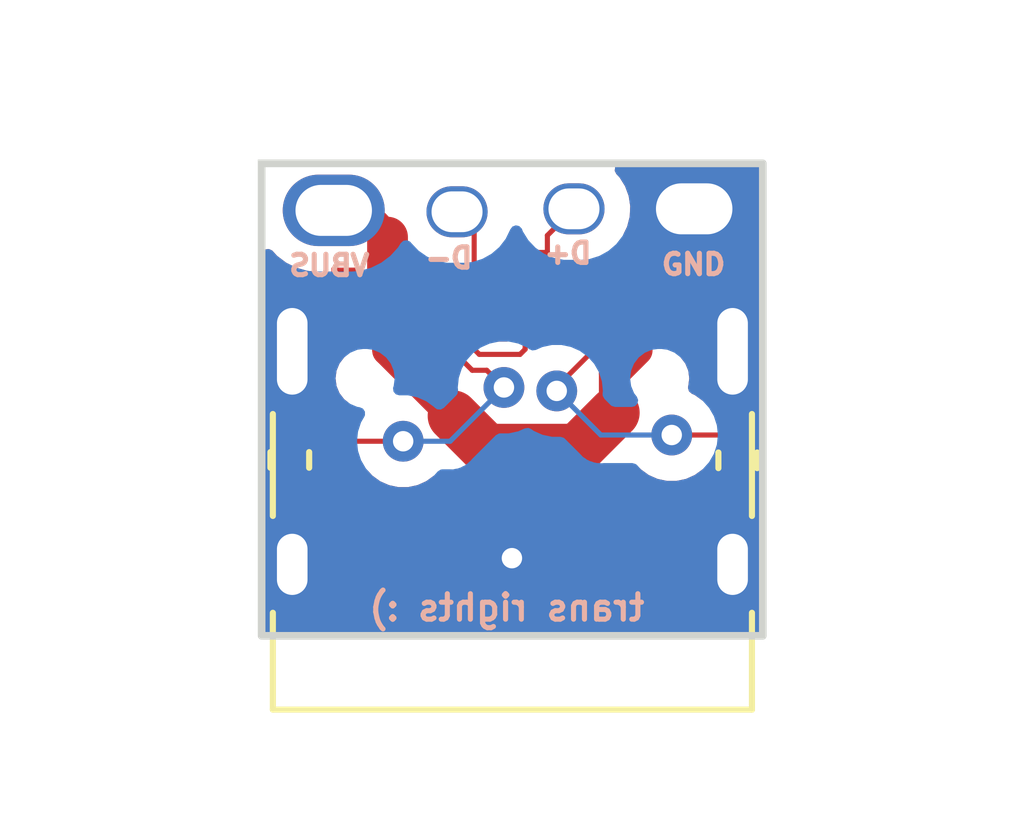
<source format=kicad_pcb>
(kicad_pcb (version 20221018) (generator pcbnew)
  (layers (0 "F.Cu" signal) (31 "B.Cu" signal) (34 "B.Paste" user) (35 "F.Paste" user) (36 "B.SilkS" user "B.Silkscreen") (37 "F.SilkS" user "F.Silkscreen") (38 "B.Mask" user) (39 "F.Mask" user) (44 "Edge.Cuts" user))
  (net 0 "")
  (net 1 "GND")
  (net 2 "/VBUS")
  (net 3 "Net-(J1-CC1)")
  (net 4 "/USBP+")
  (net 5 "/USBN-")
  (net 7 "Net-(J1-CC2)")
  (footprint "Connector_Pin:Pin_D0.7mm_L6.5mm_W1.8mm_FlatFork" (layer "F.Cu") (at 70.717736 73.089872)
    (fp_text reference "J2" hide)
    (fp_text value "Conn_01x01_Pin" hide)
    (pad "1" thru_hole oval (at 0 0) (size 1.2 1) (drill oval 1 0.8) (layers "*.Cu" "*.Mask") (net 5 "/USBN-"))
  )
  (footprint "Connector_USB:USB_C_Receptacle_HRO_TYPE-C-31-M-12" (layer "F.Cu") (at 71.803779 78.957806)
    (fp_text reference "J1" hide)
    (fp_text value "USB_C_Receptacle_USB2.0")
    (fp_line (start -4.7 -1.9) (end -4.7 0.1) (stroke (width 0.12)) (layer "F.SilkS"))
    (fp_line (start -4.7 2) (end -4.7 3.9) (stroke (width 0.12)) (layer "F.SilkS"))
    (fp_line (start -4.7 3.9) (end 4.7 3.9) (stroke (width 0.12)) (layer "F.SilkS"))
    (fp_line (start 4.7 -1.9) (end 4.7 0.1) (stroke (width 0.12)) (layer "F.SilkS"))
    (fp_line (start 4.7 2) (end 4.7 3.9) (stroke (width 0.12)) (layer "F.SilkS"))
    (pad "" np_thru_hole circle (at -2.89 -2.6) (size 0.65 0.65) (drill 0.65) (layers "*.Cu" "*.Mask"))
    (pad "" np_thru_hole circle (at 2.89 -2.6) (size 0.65 0.65) (drill 0.65) (layers "*.Cu" "*.Mask"))
    (pad "A1" smd rect (at -3.25 -4.045) (size 0.6 1.45) (layers "F.Cu" "F.Paste" "F.Mask") (net 1 "GND"))
    (pad "A4" smd rect (at -2.45 -4.045) (size 0.6 1.45) (layers "F.Cu" "F.Paste" "F.Mask") (net 2 "/VBUS"))
    (pad "A5" smd rect (at -1.25 -4.045) (size 0.3 1.45) (layers "F.Cu" "F.Paste" "F.Mask") (net 3 "Net-(J1-CC1)"))
    (pad "A6" smd rect (at -0.25 -4.045) (size 0.3 1.45) (layers "F.Cu" "F.Paste" "F.Mask") (net 4 "/USBP+"))
    (pad "A7" smd rect (at 0.25 -4.045) (size 0.3 1.45) (layers "F.Cu" "F.Paste" "F.Mask") (net 5 "/USBN-"))
    (pad "A8" smd rect (at 1.25 -4.045) (size 0.3 1.45) (layers "F.Cu" "F.Paste" "F.Mask"))
    (pad "A9" smd rect (at 2.45 -4.045) (size 0.6 1.45) (layers "F.Cu" "F.Paste" "F.Mask") (net 2 "/VBUS"))
    (pad "A12" smd rect (at 3.25 -4.045) (size 0.6 1.45) (layers "F.Cu" "F.Paste" "F.Mask") (net 1 "GND"))
    (pad "B1" smd rect (at 3.25 -4.045) (size 0.6 1.45) (layers "F.Cu" "F.Paste" "F.Mask") (net 1 "GND"))
    (pad "B4" smd rect (at 2.45 -4.045) (size 0.6 1.45) (layers "F.Cu" "F.Paste" "F.Mask") (net 2 "/VBUS"))
    (pad "B5" smd rect (at 1.75 -4.045) (size 0.3 1.45) (layers "F.Cu" "F.Paste" "F.Mask") (net 7 "Net-(J1-CC2)"))
    (pad "B6" smd rect (at 0.75 -4.045) (size 0.3 1.45) (layers "F.Cu" "F.Paste" "F.Mask") (net 4 "/USBP+"))
    (pad "B7" smd rect (at -0.75 -4.045) (size 0.3 1.45) (layers "F.Cu" "F.Paste" "F.Mask") (net 5 "/USBN-"))
    (pad "B8" smd rect (at -1.75 -4.045) (size 0.3 1.45) (layers "F.Cu" "F.Paste" "F.Mask"))
    (pad "B9" smd rect (at -2.45 -4.045) (size 0.6 1.45) (layers "F.Cu" "F.Paste" "F.Mask") (net 2 "/VBUS"))
    (pad "B12" smd rect (at -3.25 -4.045) (size 0.6 1.45) (layers "F.Cu" "F.Paste" "F.Mask") (net 1 "GND"))
    (pad "S1" thru_hole oval (at -4.32 -3.13) (size 1 2.1) (drill oval 0.6 1.7) (layers "*.Cu" "*.Mask") (net 1 "GND"))
    (pad "S1" thru_hole oval (at -4.32 1.05) (size 1 1.6) (drill oval 0.6 1.2) (layers "*.Cu" "*.Mask") (net 1 "GND"))
    (pad "S1" thru_hole oval (at 4.32 -3.13) (size 1 2.1) (drill oval 0.6 1.7) (layers "*.Cu" "*.Mask") (net 1 "GND"))
    (pad "S1" thru_hole oval (at 4.32 1.05) (size 1 1.6) (drill oval 0.6 1.2) (layers "*.Cu" "*.Mask") (net 1 "GND"))
  )
  (footprint "Connector_Pin:Pin_D0.7mm_L6.5mm_W1.8mm_FlatFork" (layer "F.Cu") (at 73.011819 73.032181)
    (fp_text reference "J4" hide)
    (fp_text value "Conn_01x01_Pin" hide)
    (pad "1" thru_hole oval (at 0 0) (size 1.2 1) (drill oval 1 0.8) (layers "*.Cu" "*.Mask") (net 4 "/USBP+"))
  )
  (footprint "Connector_Pin:Pin_D0.7mm_L6.5mm_W1.8mm_FlatFork" (layer "F.Cu") (at 75.370381 73.032181)
    (fp_text reference "J5" hide)
    (fp_text value "Conn_01x01_Pin" hide)
    (pad "1" thru_hole oval (at 0 0) (size 2 1.4) (drill oval 1.5 1) (layers "*.Cu" "*.Mask") (net 1 "GND"))
  )
  (footprint "Resistor_SMD:R_0402_1005Metric" (layer "F.Cu") (at 76.225572 77.966496 -90)
    (fp_text reference "R2" hide)
    (fp_text value "TBD" hide)
    (fp_line (start -0.153641 -0.38) (end 0.153641 -0.38) (stroke (width 0.12)) (layer "F.SilkS"))
    (fp_line (start -0.153641 0.38) (end 0.153641 0.38) (stroke (width 0.12)) (layer "F.SilkS"))
    (pad "1" smd roundrect (at -0.51 0 270) (size 0.54 0.64) (layers "F.Cu" "F.Paste" "F.Mask") (net 7 "Net-(J1-CC2)"))
    (pad "2" smd roundrect (at 0.51 0 270) (size 0.54 0.64) (layers "F.Cu" "F.Paste" "F.Mask") (net 1 "GND"))
  )
  (footprint "Connector_Pin:Pin_D0.7mm_L6.5mm_W1.8mm_FlatFork" (layer "F.Cu") (at 68.298089 73.062723)
    (fp_text reference "J3" hide)
    (fp_text value "Conn_01x01_Pin" hide)
    (pad "1" thru_hole oval (at 0 0) (size 2 1.4) (drill oval 1.5 1) (layers "*.Cu" "*.Mask") (net 2 "/VBUS"))
  )
  (footprint "Resistor_SMD:R_0402_1005Metric" (layer "F.Cu") (at 67.436111 77.958751 -90)
    (fp_text reference "R1" hide)
    (fp_text value "TBD" hide)
    (fp_line (start -0.153641 -0.38) (end 0.153641 -0.38) (stroke (width 0.12)) (layer "F.SilkS"))
    (fp_line (start -0.153641 0.38) (end 0.153641 0.38) (stroke (width 0.12)) (layer "F.SilkS"))
    (pad "1" smd roundrect (at -0.51 0 270) (size 0.54 0.64) (layers "F.Cu" "F.Paste" "F.Mask") (net 3 "Net-(J1-CC1)"))
    (pad "2" smd roundrect (at 0.51 0 270) (size 0.54 0.64) (layers "F.Cu" "F.Paste" "F.Mask") (net 1 "GND"))
  )
  (gr_rect (start 66.883252 72.140221) (end 76.716748 81.409952) (stroke (width 0.15)) (fill none) (layer "Edge.Cuts"))
  (gr_text "D-" (at 71.071131 74.231186) (layer "B.SilkS") (effects (font (size 0.4 0.4) (thickness 0.1) bold) (justify left bottom mirror)))
  (gr_text "VBUS" (at 69.047994 74.377791) (layer "B.SilkS") (effects (font (size 0.4 0.4) (thickness 0.1) bold) (justify left bottom mirror)))
  (gr_text "GND" (at 74.68248 74.358243) (layer "B.SilkS") (effects (font (size 0.4 0.4) (thickness 0.1) bold) (justify left bottom)))
  (gr_text "D+" (at 73.407024 74.138337) (layer "B.SilkS") (effects (font (size 0.4 0.4) (thickness 0.1) bold) (justify left bottom mirror)))
  (gr_text "trans rights :)" (at 74.45 81.15) (layer "B.SilkS") (effects (font (size 0.5 0.5) (thickness 0.1) bold) (justify left bottom mirror)))
  (segment (start 68.553779 74.912806) (end 68.398779 74.912806) (width 0.17) (layer "F.Cu") (net 1))
  (segment (start 75.053779 74.912806) (end 75.208779 74.912806) (width 0.25) (layer "F.Cu") (net 1))
  (segment (start 68.398779 74.912806) (end 67.483779 75.827806) (width 0.17) (layer "F.Cu") (net 1))
  (segment (start 75.208779 74.912806) (end 76.123779 75.827806) (width 0.25) (layer "F.Cu") (net 1))
  (via (at 71.794379 79.886036) (size 0.8) (drill 0.4) (layers "F.Cu" "B.Cu") (net 1))
  (segment (start 76.123779 76.276221) (end 76.123779 75.827806) (width 0.25) (layer "B.Cu") (net 1))
  (segment (start 67.85 76.194027) (end 67.483779 75.827806) (width 0.25) (layer "B.Cu") (net 1))
  (segment (start 71.295922 77.75) (end 70.641422 77.0955) (width 1) (layer "F.Cu") (net 2))
  (segment (start 69.353779 74.912806) (end 69.353779 73.587806) (width 0.8) (layer "F.Cu") (net 2))
  (segment (start 69.353779 73.587806) (end 69.111728 73.345755) (width 0.6) (layer "F.Cu") (net 2))
  (segment (start 73.800577 77.032055) (end 73.800577 76.261059) (width 0.6) (layer "F.Cu") (net 2))
  (segment (start 69.111728 73.345755) (end 68.298089 73.345755) (width 0.6) (layer "F.Cu") (net 2))
  (segment (start 73.082632 77.75) (end 71.295922 77.75) (width 1) (layer "F.Cu") (net 2))
  (segment (start 73.800577 77.032055) (end 73.082632 77.75) (width 1) (layer "F.Cu") (net 2))
  (segment (start 69.353779 75.807857) (end 69.353779 74.912806) (width 0.6) (layer "F.Cu") (net 2))
  (segment (start 73.800577 76.261059) (end 74.253779 75.807857) (width 0.6) (layer "F.Cu") (net 2))
  (segment (start 74.253779 75.807857) (end 74.253779 74.912806) (width 0.25) (layer "F.Cu") (net 2))
  (segment (start 69.353779 75.807857) (end 70.641422 77.0955) (width 0.6) (layer "F.Cu") (net 2))
  (segment (start 71.30085 76.2) (end 71.015973 76.2) (width 0.1) (layer "F.Cu") (net 3))
  (segment (start 67.579518 77.592158) (end 67.436111 77.448751) (width 0.1) (layer "F.Cu") (net 3))
  (segment (start 71.637706 76.536856) (end 71.30085 76.2) (width 0.1) (layer "F.Cu") (net 3))
  (segment (start 71.015973 76.2) (end 70.553779 75.737806) (width 0.1) (layer "F.Cu") (net 3))
  (segment (start 69.660487 77.592158) (end 67.579518 77.592158) (width 0.1) (layer "F.Cu") (net 3))
  (segment (start 70.553779 75.737806) (end 70.553779 74.912806) (width 0.1) (layer "F.Cu") (net 3))
  (via (at 69.660487 77.592158) (size 0.8) (drill 0.4) (layers "F.Cu" "B.Cu") (net 3))
  (via (at 71.637706 76.536856) (size 0.8) (drill 0.4) (layers "F.Cu" "B.Cu") (net 3))
  (segment (start 70.582404 77.592158) (end 69.660487 77.592158) (width 0.1) (layer "B.Cu") (net 3))
  (segment (start 71.637706 76.536856) (end 70.582404 77.592158) (width 0.1) (layer "B.Cu") (net 3))
  (segment (start 71.553779 74.037806) (end 71.703779 73.887806) (width 0.1) (layer "F.Cu") (net 4))
  (segment (start 71.553779 74.396221) (end 71.578779 74.371221) (width 0.25) (layer "F.Cu") (net 4))
  (segment (start 72.948245 73.095755) (end 73.011819 73.095755) (width 0.1) (layer "F.Cu") (net 4))
  (segment (start 72.553779 74.912806) (end 72.489973 74.849) (width 0.1) (layer "F.Cu") (net 4))
  (segment (start 72.489973 73.887806) (end 72.489973 73.554027) (width 0.1) (layer "F.Cu") (net 4))
  (segment (start 72.489973 74.849) (end 72.489973 73.887806) (width 0.1) (layer "F.Cu") (net 4))
  (segment (start 71.553779 74.912806) (end 71.553779 74.037806) (width 0.1) (layer "F.Cu") (net 4))
  (segment (start 72.489973 73.554027) (end 72.948245 73.095755) (width 0.1) (layer "F.Cu") (net 4))
  (segment (start 71.703779 73.887806) (end 72.489973 73.887806) (width 0.1) (layer "F.Cu") (net 4))
  (segment (start 71.053779 74.912806) (end 71.053779 73.431798) (width 0.1) (layer "F.Cu") (net 5))
  (segment (start 71.053779 75.787806) (end 71.153779 75.887806) (width 0.1) (layer "F.Cu") (net 5))
  (segment (start 71.953779 75.887806) (end 72.053779 75.787806) (width 0.1) (layer "F.Cu") (net 5))
  (segment (start 71.053779 73.431798) (end 70.717736 73.095755) (width 0.1) (layer "F.Cu") (net 5))
  (segment (start 72.053779 75.787806) (end 72.053779 74.912806) (width 0.1) (layer "F.Cu") (net 5))
  (segment (start 71.053779 74.912806) (end 71.053779 75.787806) (width 0.1) (layer "F.Cu") (net 5))
  (segment (start 71.153779 75.887806) (end 71.953779 75.887806) (width 0.1) (layer "F.Cu") (net 5))
  (segment (start 72.673859 76.526141) (end 72.673859 76.604433) (width 0.1) (layer "F.Cu") (net 7))
  (segment (start 76.212068 77.47) (end 76.225572 77.456496) (width 0.1) (layer "F.Cu") (net 7))
  (segment (start 73.553779 75.646221) (end 72.673859 76.526141) (width 0.1) (layer "F.Cu") (net 7))
  (segment (start 73.553779 74.912806) (end 73.553779 75.646221) (width 0.1) (layer "F.Cu") (net 7))
  (segment (start 74.93 77.47) (end 76.212068 77.47) (width 0.1) (layer "F.Cu") (net 7))
  (via (at 74.93 77.47) (size 0.8) (drill 0.4) (layers "F.Cu" "B.Cu") (net 7))
  (via (at 72.673859 76.604433) (size 0.8) (drill 0.4) (layers "F.Cu" "B.Cu") (net 7))
  (segment (start 72.673859 76.604433) (end 73.539426 77.47) (width 0.1) (layer "B.Cu") (net 7))
  (segment (start 73.539426 77.47) (end 74.93 77.47) (width 0.1) (layer "B.Cu") (net 7))
  (zone (net 1) (net_name "GND") (layers "F&B.Cu") (connect_pads yes (clearance 0.5)) (min_thickness 0.25) (fill yes (thermal_gap 0.5) (thermal_bridge_width 0.5))
    (polygon (pts (xy 65.855736 69.028576) (xy 77.587145 68.934775) (xy 77.680946 83.974241) (xy 65.799455 84.024268) (xy 65.887003 69.003562)))
  )
)
</source>
